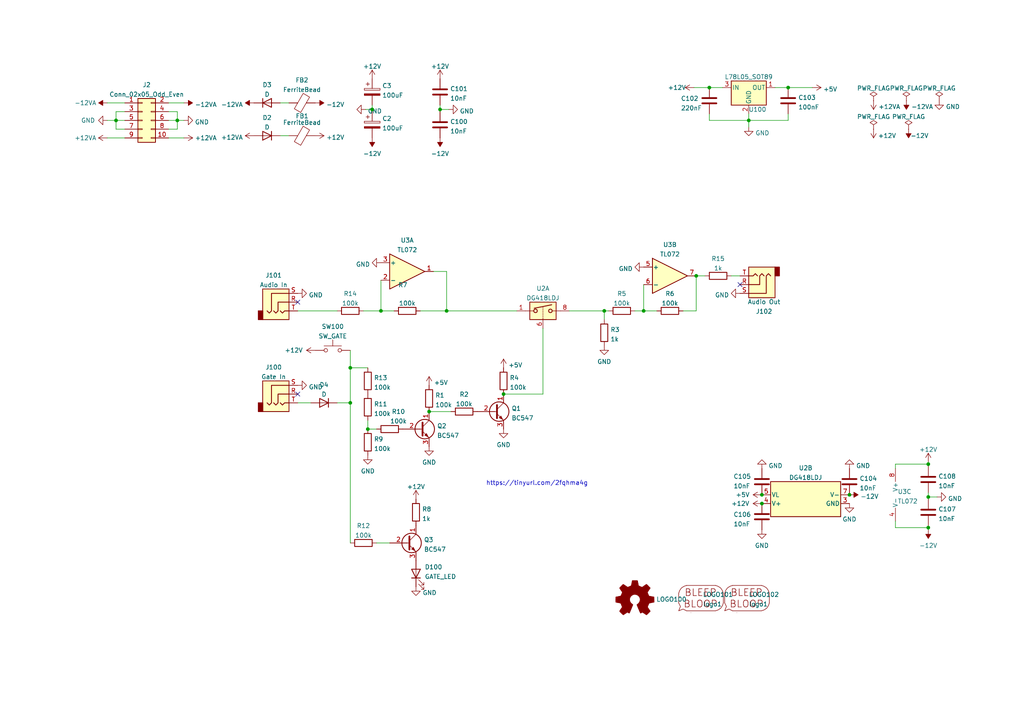
<source format=kicad_sch>
(kicad_sch (version 20211123) (generator eeschema)
  (paper "A4")
  (title_block (title "Analog Switch Module") (date "2022-10-08") (rev "1.0") (company "RobotDialogs"))
  (lib_symbols
    (symbol "Amplifier_Operational:TL072" (pin_names (offset 0.127))
      (property "Reference" "U" (at 0 5.08 0))
      (property "Value" "TL072" (at 0 -5.08 0))
      (symbol "TL072_1_1"
        (polyline (pts (xy -5.08 5.08) (xy 5.08 0) (xy -5.08 -5.08) (xy -5.08 5.08)) (stroke (width 0.254)) (fill (type background)))
        (pin output line (at 7.62 0 180) (length 2.54) (name "~") (number "1"))
        (pin input line (at -7.62 -2.54 0) (length 2.54) (name "-") (number "2"))
        (pin input line (at -7.62 2.54 0) (length 2.54) (name "+") (number "3"))
      )
      (symbol "TL072_2_1"
        (polyline (pts (xy -5.08 5.08) (xy 5.08 0) (xy -5.08 -5.08) (xy -5.08 5.08)) (stroke (width 0.254)) (fill (type background)))
        (pin input line (at -7.62 2.54 0) (length 2.54) (name "+") (number "5"))
        (pin input line (at -7.62 -2.54 0) (length 2.54) (name "-") (number "6"))
        (pin output line (at 7.62 0 180) (length 2.54) (name "~") (number "7"))
      )
      (symbol "TL072_3_1"
        (pin power_in line (at -2.54 -7.62 90) (length 3.81) (name "V-") (number "4"))
        (pin power_in line (at -2.54 7.62 270) (length 3.81) (name "V+") (number "8"))
      )
    )
    (symbol "Analog_Switch:DG418LDJ" (pin_names (offset 0.254))
      (property "Reference" "U" (at -3.175 5.334 0))
      (property "Value" "DG418LDJ" (at -3.175 3.556 0))
      (symbol "DG418LDJ_1_1"
        (rectangle (start -3.81 2.54) (end 3.81 -2.54) (stroke (width 0.254)) (fill (type background)))
        (circle (center -2.159 0) (radius 0.508) (stroke (width 0.254)))
        (polyline (pts (xy -5.08 0) (xy -2.794 0)))
        (polyline (pts (xy -2.54 0.762) (xy 2.54 1.778)) (stroke (width 0.254)))
        (polyline (pts (xy 0 -2.54) (xy 0 -2.032)))
        (polyline (pts (xy 0 -1.778) (xy 0 -1.524)))
        (polyline (pts (xy 0 -1.27) (xy 0 -1.016)))
        (polyline (pts (xy 0 -0.762) (xy 0 -0.508)))
        (polyline (pts (xy 0 -0.254) (xy 0 0)))
        (polyline (pts (xy 0 0.254) (xy 0 0.508)))
        (polyline (pts (xy 0 0.762) (xy 0 1.016)))
        (polyline (pts (xy 5.08 0) (xy 2.794 0)))
        (circle (center 2.159 0) (radius 0.508) (stroke (width 0.254)))
        (pin passive line (at -7.62 0 0) (length 2.54) (name "~") (number "1"))
        (pin input line (at 0 -5.08 90) (length 2.54) (name "~") (number "6"))
        (pin passive line (at 7.62 0 180) (length 2.54) (name "~") (number "8"))
      )
      (symbol "DG418LDJ_2_0"
        (pin no_connect line (at -2.54 10.16 270) (length 2.54) hide (name "NC") (number "2"))
        (pin power_in line (at 0 -12.7 90) (length 2.54) (name "GND") (number "3"))
        (pin power_in line (at 0 12.7 270) (length 2.54) (name "V+") (number "4"))
        (pin power_in line (at 2.54 12.7 270) (length 2.54) (name "VL") (number "5"))
        (pin power_in line (at 2.54 -12.7 90) (length 2.54) (name "V-") (number "7"))
      )
      (symbol "DG418LDJ_2_1"
        (rectangle (start -3.81 10.16) (end 6.35 -10.16) (stroke (width 0.254)) (fill (type background)))
      )
    )
    (symbol "Connector:AudioJack3"
      (property "Reference" "J" (at 0 8.89 0))
      (property "Value" "AudioJack3" (at 0 6.35 0))
      (symbol "AudioJack3_0_1"
        (rectangle (start -5.08 -5.08) (end -6.35 -2.54) (stroke (width 0.254)) (fill (type outline)))
        (polyline (pts (xy 0 -2.54) (xy 0.635 -3.175) (xy 1.27 -2.54) (xy 2.54 -2.54)) (stroke (width 0.254)))
        (polyline (pts (xy -1.905 -2.54) (xy -1.27 -3.175) (xy -0.635 -2.54) (xy -0.635 0) (xy 2.54 0)) (stroke (width 0.254)))
        (polyline (pts (xy 2.54 2.54) (xy -2.54 2.54) (xy -2.54 -2.54) (xy -3.175 -3.175) (xy -3.81 -2.54)) (stroke (width 0.254)))
        (rectangle (start 2.54 3.81) (end -5.08 -5.08) (stroke (width 0.254)) (fill (type background)))
      )
      (symbol "AudioJack3_1_1"
        (pin passive line (at 5.08 0 180) (length 2.54) (name "~") (number "R"))
        (pin passive line (at 5.08 2.54 180) (length 2.54) (name "~") (number "S"))
        (pin passive line (at 5.08 -2.54 180) (length 2.54) (name "~") (number "T"))
      )
    )
    (symbol "Connector_Generic:Conn_02x05_Odd_Even" (pin_names (offset 1.016) hide)
      (property "Reference" "J" (at 1.27 7.62 0))
      (property "Value" "Conn_02x05_Odd_Even" (at 1.27 -7.62 0))
      (symbol "Conn_02x05_Odd_Even_1_1"
        (rectangle (start -1.27 -4.953) (end 0 -5.207) (stroke (width 0.1524)))
        (rectangle (start -1.27 -2.413) (end 0 -2.667) (stroke (width 0.1524)))
        (rectangle (start -1.27 0.127) (end 0 -0.127) (stroke (width 0.1524)))
        (rectangle (start -1.27 2.667) (end 0 2.413) (stroke (width 0.1524)))
        (rectangle (start -1.27 5.207) (end 0 4.953) (stroke (width 0.1524)))
        (rectangle (start -1.27 6.35) (end 3.81 -6.35) (stroke (width 0.254)) (fill (type background)))
        (rectangle (start 3.81 -4.953) (end 2.54 -5.207) (stroke (width 0.1524)))
        (rectangle (start 3.81 -2.413) (end 2.54 -2.667) (stroke (width 0.1524)))
        (rectangle (start 3.81 0.127) (end 2.54 -0.127) (stroke (width 0.1524)))
        (rectangle (start 3.81 2.667) (end 2.54 2.413) (stroke (width 0.1524)))
        (rectangle (start 3.81 5.207) (end 2.54 4.953) (stroke (width 0.1524)))
        (pin passive line (at -5.08 5.08 0) (length 3.81) (name "Pin_1") (number "1"))
        (pin passive line (at 7.62 -5.08 180) (length 3.81) (name "Pin_10") (number "10"))
        (pin passive line (at 7.62 5.08 180) (length 3.81) (name "Pin_2") (number "2"))
        (pin passive line (at -5.08 2.54 0) (length 3.81) (name "Pin_3") (number "3"))
        (pin passive line (at 7.62 2.54 180) (length 3.81) (name "Pin_4") (number "4"))
        (pin passive line (at -5.08 0 0) (length 3.81) (name "Pin_5") (number "5"))
        (pin passive line (at 7.62 0 180) (length 3.81) (name "Pin_6") (number "6"))
        (pin passive line (at -5.08 -2.54 0) (length 3.81) (name "Pin_7") (number "7"))
        (pin passive line (at 7.62 -2.54 180) (length 3.81) (name "Pin_8") (number "8"))
        (pin passive line (at -5.08 -5.08 0) (length 3.81) (name "Pin_9") (number "9"))
      )
    )
    (symbol "Device:C" (pin_numbers hide) (pin_names (offset 0.254))
      (property "Reference" "C" (at 0.635 2.54 0))
      (property "Value" "C" (at 0.635 -2.54 0))
      (symbol "C_0_1"
        (polyline (pts (xy -2.032 -0.762) (xy 2.032 -0.762)) (stroke (width 0.508)))
        (polyline (pts (xy -2.032 0.762) (xy 2.032 0.762)) (stroke (width 0.508)))
      )
      (symbol "C_1_1"
        (pin passive line (at 0 3.81 270) (length 2.794) (name "~") (number "1"))
        (pin passive line (at 0 -3.81 90) (length 2.794) (name "~") (number "2"))
      )
    )
    (symbol "Device:C_Polarized" (pin_numbers hide) (pin_names (offset 0.254))
      (property "Reference" "C" (at 0.635 2.54 0))
      (property "Value" "C_Polarized" (at 0.635 -2.54 0))
      (symbol "C_Polarized_0_1"
        (rectangle (start -2.286 0.508) (end 2.286 1.016))
        (polyline (pts (xy -1.778 2.286) (xy -0.762 2.286)))
        (polyline (pts (xy -1.27 2.794) (xy -1.27 1.778)))
        (rectangle (start 2.286 -0.508) (end -2.286 -1.016) (fill (type outline)))
      )
      (symbol "C_Polarized_1_1"
        (pin passive line (at 0 3.81 270) (length 2.794) (name "~") (number "1"))
        (pin passive line (at 0 -3.81 90) (length 2.794) (name "~") (number "2"))
      )
    )
    (symbol "Device:D" (pin_numbers hide) (pin_names (offset 1.016) hide)
      (property "Reference" "D" (at 0 2.54 0))
      (property "Value" "D" (at 0 -2.54 0))
      (symbol "D_0_1"
        (polyline (pts (xy -1.27 1.27) (xy -1.27 -1.27)) (stroke (width 0.254)))
        (polyline (pts (xy 1.27 0) (xy -1.27 0)))
        (polyline (pts (xy 1.27 1.27) (xy 1.27 -1.27) (xy -1.27 0) (xy 1.27 1.27)) (stroke (width 0.254)))
      )
      (symbol "D_1_1"
        (pin passive line (at -3.81 0 0) (length 2.54) (name "K") (number "1"))
        (pin passive line (at 3.81 0 180) (length 2.54) (name "A") (number "2"))
      )
    )
    (symbol "Device:FerriteBead" (pin_numbers hide) (pin_names (offset 0))
      (property "Reference" "FB" (at -3.81 0.635 90))
      (property "Value" "FerriteBead" (at 3.81 0 90))
      (symbol "FerriteBead_0_1"
        (polyline (pts (xy 0 -1.27) (xy 0 -1.2192)))
        (polyline (pts (xy 0 1.27) (xy 0 1.2954)))
        (polyline (pts (xy -2.7686 0.4064) (xy -1.7018 2.2606) (xy 2.7686 -0.3048) (xy 1.6764 -2.159) (xy -2.7686 0.4064)))
      )
      (symbol "FerriteBead_1_1"
        (pin passive line (at 0 3.81 270) (length 2.54) (name "~") (number "1"))
        (pin passive line (at 0 -3.81 90) (length 2.54) (name "~") (number "2"))
      )
    )
    (symbol "Device:LED" (pin_numbers hide) (pin_names (offset 1.016) hide)
      (property "Reference" "D" (at 0 2.54 0))
      (property "Value" "LED" (at 0 -2.54 0))
      (symbol "LED_0_1"
        (polyline (pts (xy -1.27 -1.27) (xy -1.27 1.27)) (stroke (width 0.254)))
        (polyline (pts (xy -1.27 0) (xy 1.27 0)))
        (polyline (pts (xy 1.27 -1.27) (xy 1.27 1.27) (xy -1.27 0) (xy 1.27 -1.27)) (stroke (width 0.254)))
        (polyline (pts (xy -3.048 -0.762) (xy -4.572 -2.286) (xy -3.81 -2.286) (xy -4.572 -2.286) (xy -4.572 -1.524)))
        (polyline (pts (xy -1.778 -0.762) (xy -3.302 -2.286) (xy -2.54 -2.286) (xy -3.302 -2.286) (xy -3.302 -1.524)))
      )
      (symbol "LED_1_1"
        (pin passive line (at -3.81 0 0) (length 2.54) (name "K") (number "1"))
        (pin passive line (at 3.81 0 180) (length 2.54) (name "A") (number "2"))
      )
    )
    (symbol "Device:R" (pin_numbers hide) (pin_names (offset 0))
      (property "Reference" "R" (at 2.032 0 90))
      (property "Value" "R" (at 0 0 90))
      (symbol "R_0_1"
        (rectangle (start -1.016 -2.54) (end 1.016 2.54) (stroke (width 0.254)))
      )
      (symbol "R_1_1"
        (pin passive line (at 0 3.81 270) (length 1.27) (name "~") (number "1"))
        (pin passive line (at 0 -3.81 90) (length 1.27) (name "~") (number "2"))
      )
    )
    (symbol "My Stuff:Logo_Open_Hardware_Small" (pin_names (offset 1.016))
      (property "Reference" "LOGO1" (at 0 6.985 0))
      (symbol "Logo_Open_Hardware_Small_0_1"
        (polyline (pts (xy 3.3528 -4.3434) (xy 3.302 -4.318) (xy 3.175 -4.2418) (xy 2.9972 -4.1148) (xy 2.7686 -3.9624) (xy 2.54 -3.81) (xy 2.3622 -3.7084) (xy 2.2352 -3.6068) (xy 2.1844 -3.5814) (xy 2.159 -3.6068) (xy 2.0574 -3.6576) (xy 1.905 -3.7338) (xy 1.8034 -3.7846) (xy 1.6764 -3.8354) (xy 1.6002 -3.8354) (xy 1.6002 -3.8354) (xy 1.5494 -3.7338) (xy 1.4732 -3.5306) (xy 1.3462 -3.302) (xy 1.2446 -3.0226) (xy 1.1176 -2.7178) (xy 0.9652 -2.413) (xy 0.8636 -2.1082) (xy 0.7366 -1.8288) (xy 0.6604 -1.6256) (xy 0.6096 -1.4732) (xy 0.5842 -1.397) (xy 0.5842 -1.397) (xy 0.6604 -1.3208) (xy 0.7874 -1.2446) (xy 1.0414 -1.016) (xy 1.2954 -0.6858) (xy 1.4478 -0.3302) (xy 1.524 0.0762) (xy 1.4732 0.4572) (xy 1.3208 0.8128) (xy 1.0668 1.143) (xy 0.762 1.3716) (xy 0.4064 1.524) (xy 0 1.5748) (xy -0.381 1.5494) (xy -0.7366 1.397) (xy -1.0668 1.143) (xy -1.2192 0.9906) (xy -1.397 0.6604) (xy -1.524 0.3048) (xy -1.524 0.2286) (xy -1.4986 -0.1778) (xy -1.397 -0.5334) (xy -1.1938 -0.8636) (xy -0.9144 -1.143) (xy -0.8636 -1.1684) (xy -0.7366 -1.27) (xy -0.635 -1.3462) (xy -0.5842 -1.397) (xy -1.0668 -2.5908) (xy -1.143 -2.794) (xy -1.2954 -3.1242) (xy -1.397 -3.4036) (xy -1.4986 -3.6322) (xy -1.5748 -3.7846) (xy -1.6002 -3.8354) (xy -1.6002 -3.8354) (xy -1.651 -3.8354) (xy -1.7272 -3.81) (xy -1.905 -3.7338) (xy -2.0066 -3.683) (xy -2.1336 -3.6068) (xy -2.2098 -3.5814) (xy -2.2606 -3.6068) (xy -2.3622 -3.683) (xy -2.54 -3.81) (xy -2.7686 -3.9624) (xy -2.9718 -4.0894) (xy -3.1496 -4.2164) (xy -3.302 -4.318) (xy -3.3528 -4.3434) (xy -3.3782 -4.3434) (xy -3.429 -4.318) (xy -3.5306 -4.2164) (xy -3.7084 -4.064) (xy -3.937 -3.8354) (xy -3.9624 -3.81) (xy -4.1656 -3.6068) (xy -4.318 -3.4544) (xy -4.4196 -3.3274) (xy -4.445 -3.2766) (xy -4.445 -3.2766) (xy -4.4196 -3.2258) (xy -4.318 -3.0734) (xy -4.2164 -2.8956) (xy -4.064 -2.667) (xy -3.6576 -2.0828) (xy -3.8862 -1.5494) (xy -3.937 -1.3716) (xy -4.0386 -1.1684) (xy -4.0894 -1.0414) (xy -4.1148 -0.9652) (xy -4.191 -0.9398) (xy -4.318 -0.9144) (xy -4.5466 -0.8636) (xy -4.8006 -0.8128) (xy -5.0546 -0.7874) (xy -5.2578 -0.7366) (xy -5.4356 -0.7112) (xy -5.5118 -0.6858) (xy -5.5118 -0.6858) (xy -5.5372 -0.635) (xy -5.5372 -0.5588) (xy -5.5372 -0.4318) (xy -5.5626 -0.2286) (xy -5.5626 0.0762) (xy -5.5626 0.127) (xy -5.5372 0.4064) (xy -5.5372 0.635) (xy -5.5372 0.762) (xy -5.5372 0.8382) (xy -5.5372 0.8382) (xy -5.461 0.8382) (xy -5.3086 0.889) (xy -5.08 0.9144) (xy -4.826 0.9652) (xy -4.8006 0.9906) (xy -4.5466 1.0414) (xy -4.318 1.0668) (xy -4.1656 1.1176) (xy -4.0894 1.143) (xy -4.0894 1.143) (xy -4.0386 1.2446) (xy -3.9624 1.4224) (xy -3.8608 1.6256) (xy -3.7846 1.8288) (xy -3.7084 2.0066) (xy -3.6576 2.159) (xy -3.6322 2.2098) (xy -3.6322 2.2098) (xy -3.683 2.286) (xy -3.7592 2.413) (xy -3.8862 2.5908) (xy -4.064 2.8194) (xy -4.064 2.8448) (xy -4.2164 3.0734) (xy -4.3434 3.2512) (xy -4.4196 3.3782) (xy -4.445 3.4544) (xy -4.445 3.4544) (xy -4.3942 3.5052) (xy -4.2926 3.6322) (xy -4.1148 3.81) (xy -3.937 4.0132) (xy -3.8608 4.064) (xy -3.6576 4.2926) (xy -3.5052 4.4196) (xy -3.4036 4.4958) (xy -3.3528 4.5212) (xy -3.3528 4.5212) (xy -3.302 4.4704) (xy -3.1496 4.3688) (xy -2.9718 4.2418) (xy -2.7432 4.0894) (xy -2.7178 4.0894) (xy -2.4892 3.937) (xy -2.3114 3.81) (xy -2.1844 3.7084) (xy -2.1336 3.683) (xy -2.1082 3.683) (xy -2.032 3.7084) (xy -1.8542 3.7592) (xy -1.6764 3.8354) (xy -1.4732 3.937) (xy -1.27 4.0132) (xy -1.143 4.064) (xy -1.0668 4.1148) (xy -1.0668 4.1148) (xy -1.0414 4.191) (xy -1.016 4.3434) (xy -0.9652 4.572) (xy -0.9144 4.8514) (xy -0.889 4.9022) (xy -0.8382 5.1562) (xy -0.8128 5.3848) (xy -0.7874 5.5372) (xy -0.762 5.588) (xy -0.7112 5.6134) (xy -0.5842 5.6134) (xy -0.4064 5.6134) (xy -0.1524 5.6134) (xy 0.0762 5.6134) (xy 0.3302 5.6134) (xy 0.5334 5.6134) (xy 0.6858 5.588) (xy 0.7366 5.588) (xy 0.7366 5.588) (xy 0.762 5.5118) (xy 0.8128 5.334) (xy 0.8382 5.1054) (xy 0.9144 4.826) (xy 0.9144 4.7752) (xy 0.9652 4.5212) (xy 1.016 4.2926) (xy 1.0414 4.1402) (xy 1.0668 4.0894) (xy 1.0668 4.0894) (xy 1.1938 4.0386) (xy 1.3716 3.9624) (xy 1.5748 3.8608) (xy 2.0828 3.6576) (xy 2.7178 4.0894) (xy 2.7686 4.1402) (xy 2.9972 4.2926) (xy 3.175 4.4196) (xy 3.302 4.4958) (xy 3.3782 4.5212) (xy 3.3782 4.5212) (xy 3.429 4.4704) (xy 3.556 4.3434) (xy 3.7338 4.191) (xy 3.9116 3.9878) (xy 4.064 3.8354) (xy 4.2418 3.6576) (xy 4.3434 3.556) (xy 4.4196 3.4798) (xy 4.4196 3.429) (xy 4.4196 3.4036) (xy 4.3942 3.3274) (xy 4.2926 3.2004) (xy 4.1656 2.9972) (xy 4.0132 2.794) (xy 3.8862 2.5908) (xy 3.7592 2.3876) (xy 3.6576 2.2352) (xy 3.6322 2.159) (xy 3.6322 2.1336) (xy 3.683 2.0066) (xy 3.7592 1.8288) (xy 3.8608 1.6002) (xy 4.064 1.1176) (xy 4.3942 1.0414) (xy 4.5974 1.016) (xy 4.8768 0.9652) (xy 5.1308 0.9144) (xy 5.5372 0.8382) (xy 5.5626 -0.6604) (xy 5.4864 -0.6858) (xy 5.4356 -0.6858) (xy 5.2832 -0.7366) (xy 5.0546 -0.762) (xy 4.8006 -0.8128) (xy 4.5974 -0.8636) (xy 4.3688 -0.9144) (xy 4.2164 -0.9398) (xy 4.1402 -0.9398) (xy 4.1148 -0.9652) (xy 4.064 -1.0668) (xy 3.9878 -1.2446) (xy 3.9116 -1.4478) (xy 3.81 -1.651) (xy 3.7338 -1.8542) (xy 3.683 -2.0066) (xy 3.6576 -2.0828) (xy 3.683 -2.1336) (xy 3.7846 -2.2606) (xy 3.8862 -2.4638) (xy 4.0386 -2.667) (xy 4.191 -2.8956) (xy 4.318 -3.0734) (xy 4.3942 -3.2004) (xy 4.445 -3.2766) (xy 4.4196 -3.3274) (xy 4.3434 -3.429) (xy 4.1656 -3.5814) (xy 3.937 -3.8354) (xy 3.8862 -3.8608) (xy 3.683 -4.064) (xy 3.5306 -4.2164) (xy 3.4036 -4.318) (xy 3.3528 -4.3434)) (fill (type outline)))
      )
    )
    (symbol "My Stuff:logo1" (pin_names (offset 1.016))
      (property "Reference" "LOGO" (at 0 -4.826 0))
      (property "Value" "logo1" (at 0 4.826 0))
      (symbol "logo1_0_0"
        (text "" (at -1.27 1.27 0) (effects (font (size 1.27 1.27))))
        (text "BLEEP" (at 0 1.524 0) (effects (font (size 2 2))))
        (text "BLOOP" (at 0 -1.778 0) (effects (font (size 2 2))))
      )
      (symbol "logo1_0_1"
        (rectangle (start -2.794 -4.318) (end -2.794 -4.318) (stroke (width 0.1524)))
        (polyline (pts (xy -6.35 1.27) (xy -6.35 -1.524)) (stroke (width 0.1524)))
        (polyline (pts (xy -4.064 -3.81) (xy 4.318 -3.81)) (stroke (width 0.1524)))
        (polyline (pts (xy -4.064 3.556) (xy 4.318 3.556)) (stroke (width 0.1524)))
        (polyline (pts (xy 6.604 1.27) (xy 6.604 -1.524)) (stroke (width 0.1524)))
        (polyline (pts (xy -6.35 1.27) (xy -6.096 2.032) (xy -5.588 2.794) (xy -4.826 3.302) (xy -4.064 3.556)) (stroke (width 0.1524)))
        (polyline (pts (xy -4.064 -3.81) (xy -5.08 -3.302) (xy -6.35 -3.81) (xy -5.842 -2.54) (xy -6.35 -1.524)) (stroke (width 0.1524)))
        (polyline (pts (xy 4.318 3.556) (xy 5.08 3.302) (xy 5.842 2.794) (xy 6.35 2.032) (xy 6.604 1.27)) (stroke (width 0.1524)))
        (polyline (pts (xy 6.604 -1.524) (xy 6.35 -2.286) (xy 5.842 -3.048) (xy 5.08 -3.556) (xy 4.318 -3.81)) (stroke (width 0.1524)))
      )
    )
    (symbol "Regulator_Linear:L78L05_SOT89" (pin_names (offset 0.254))
      (property "Reference" "U" (at -3.81 3.175 0))
      (property "Value" "L78L05_SOT89" (at -0.635 3.175 0))
      (symbol "L78L05_SOT89_0_1"
        (rectangle (start -5.08 1.905) (end 5.08 -5.08) (stroke (width 0.254)) (fill (type background)))
      )
      (symbol "L78L05_SOT89_1_1"
        (pin power_out line (at 7.62 0 180) (length 2.54) (name "OUT") (number "1"))
        (pin power_in line (at 0 -7.62 90) (length 2.54) (name "GND") (number "2"))
        (pin power_in line (at -7.62 0 0) (length 2.54) (name "IN") (number "3"))
      )
    )
    (symbol "Switch:SW_Push" (pin_numbers hide) (pin_names (offset 1.016) hide)
      (property "Reference" "SW" (at 1.27 2.54 0))
      (property "Value" "SW_Push" (at 0 -1.524 0))
      (symbol "SW_Push_0_1"
        (circle (center -2.032 0) (radius 0.508))
        (polyline (pts (xy 0 1.27) (xy 0 3.048)))
        (polyline (pts (xy 2.54 1.27) (xy -2.54 1.27)))
        (circle (center 2.032 0) (radius 0.508))
        (pin passive line (at -5.08 0 0) (length 2.54) (name "1") (number "1"))
        (pin passive line (at 5.08 0 180) (length 2.54) (name "2") (number "2"))
      )
    )
    (symbol "Transistor_BJT:BC547" (pin_names (offset 0) hide)
      (property "Reference" "Q" (at 5.08 1.905 0))
      (property "Value" "BC547" (at 5.08 0 0))
      (symbol "BC547_0_1"
        (polyline (pts (xy 0 0) (xy 0.635 0)))
        (polyline (pts (xy 0.635 0.635) (xy 2.54 2.54)))
        (polyline (pts (xy 0.635 -0.635) (xy 2.54 -2.54) (xy 2.54 -2.54)))
        (polyline (pts (xy 0.635 1.905) (xy 0.635 -1.905) (xy 0.635 -1.905)) (stroke (width 0.508)))
        (polyline (pts (xy 1.27 -1.778) (xy 1.778 -1.27) (xy 2.286 -2.286) (xy 1.27 -1.778) (xy 1.27 -1.778)) (fill (type outline)))
        (circle (center 1.27 0) (radius 2.8194) (stroke (width 0.254)))
      )
      (symbol "BC547_1_1"
        (pin passive line (at 2.54 5.08 270) (length 2.54) (name "C") (number "1"))
        (pin input line (at -5.08 0 0) (length 5.08) (name "B") (number "2"))
        (pin passive line (at 2.54 -5.08 90) (length 2.54) (name "E") (number "3"))
      )
    )
    (symbol "power:+12V" (power) (pin_names (offset 0))
      (property "Value" "+12V" (at 0 3.556 0))
      (symbol "+12V_0_1"
        (polyline (pts (xy -0.762 1.27) (xy 0 2.54)))
        (polyline (pts (xy 0 0) (xy 0 2.54)))
        (polyline (pts (xy 0 2.54) (xy 0.762 1.27)))
      )
      (symbol "+12V_1_1"
        (pin power_in line (at 0 0 90) (length 0) hide (name "+12V") (number "1"))
      )
    )
    (symbol "power:+12VA" (power) (pin_names (offset 0))
      (property "Value" "+12VA" (at 0 3.556 0))
      (symbol "+12VA_0_1"
        (polyline (pts (xy -0.762 1.27) (xy 0 2.54)))
        (polyline (pts (xy 0 0) (xy 0 2.54)))
        (polyline (pts (xy 0 2.54) (xy 0.762 1.27)))
      )
      (symbol "+12VA_1_1"
        (pin power_in line (at 0 0 90) (length 0) hide (name "+12VA") (number "1"))
      )
    )
    (symbol "power:+5V" (power) (pin_names (offset 0))
      (property "Value" "+5V" (at 0 3.556 0))
      (symbol "+5V_0_1"
        (polyline (pts (xy -0.762 1.27) (xy 0 2.54)))
        (polyline (pts (xy 0 0) (xy 0 2.54)))
        (polyline (pts (xy 0 2.54) (xy 0.762 1.27)))
      )
      (symbol "+5V_1_1"
        (pin power_in line (at 0 0 90) (length 0) hide (name "+5V") (number "1"))
      )
    )
    (symbol "power:-12V" (power) (pin_names (offset 0))
      (property "Value" "-12V" (at 0 3.81 0))
      (symbol "-12V_0_0"
        (pin power_in line (at 0 0 90) (length 0) hide (name "-12V") (number "1"))
      )
      (symbol "-12V_0_1"
        (polyline (pts (xy 0 0) (xy 0 1.27) (xy 0.762 1.27) (xy 0 2.54) (xy -0.762 1.27) (xy 0 1.27)) (fill (type outline)))
      )
    )
    (symbol "power:-12VA" (power) (pin_names (offset 0))
      (property "Value" "-12VA" (at 0 3.556 0))
      (symbol "-12VA_0_0"
        (pin power_in line (at 0 0 90) (length 0) hide (name "-12VA") (number "1"))
      )
      (symbol "-12VA_0_1"
        (polyline (pts (xy 0 0) (xy 0 1.27) (xy 0.762 1.27) (xy 0 2.54) (xy -0.762 1.27) (xy 0 1.27)) (fill (type outline)))
      )
    )
    (symbol "power:GND" (power) (pin_names (offset 0))
      (property "Value" "GND" (at 0 -3.81 0))
      (symbol "GND_0_1"
        (polyline (pts (xy 0 0) (xy 0 -1.27) (xy 1.27 -1.27) (xy 0 -2.54) (xy -1.27 -1.27) (xy 0 -1.27)))
      )
      (symbol "GND_1_1"
        (pin power_in line (at 0 0 270) (length 0) hide (name "GND") (number "1"))
      )
    )
    (symbol "power:PWR_FLAG" (power) (pin_numbers hide) (pin_names (offset 0) hide)
      (property "Value" "PWR_FLAG" (at 0 3.81 0))
      (symbol "PWR_FLAG_0_0"
        (pin power_out line (at 0 0 90) (length 0) (name "pwr") (number "1"))
      )
      (symbol "PWR_FLAG_0_1"
        (polyline (pts (xy 0 0) (xy 0 1.27) (xy -1.016 1.905) (xy 0 2.54) (xy 1.016 1.905) (xy 0 1.27)))
      )
    )
  )
  (junction (at 51.435 34.925))
  (junction (at 110.49 90.17))
  (junction (at 201.93 80.01))
  (junction (at 175.26 90.17))
  (junction (at 246.38 143.51))
  (junction (at 205.74 25.4))
  (junction (at 129.54 90.17))
  (junction (at 33.655 34.925))
  (junction (at 101.6 116.84))
  (junction (at 106.68 124.46))
  (junction (at 127.635 31.75))
  (junction (at 217.17 34.925))
  (junction (at 220.98 146.05))
  (junction (at 269.24 144.145))
  (junction (at 269.24 153.035))
  (junction (at 220.98 143.51))
  (junction (at 107.95 31.75))
  (junction (at 124.46 119.38))
  (junction (at 101.6 106.68))
  (junction (at 228.6 25.4))
  (junction (at 186.69 90.17))
  (junction (at 269.24 134.62))
  (junction (at 146.05 114.3))
  (no_connect (at 86.36 87.63))
  (no_connect (at 86.36 114.3))
  (no_connect (at 214.63 82.55))
  (wire (pts (xy 146.05 114.3) (xy 157.48 114.3)))
  (wire (pts (xy 81.28 29.845) (xy 83.82 29.845)))
  (wire (pts (xy 184.15 90.17) (xy 186.69 90.17)))
  (wire (pts (xy 259.715 135.89) (xy 259.715 134.62)))
  (wire (pts (xy 217.17 33.02) (xy 217.17 34.925)))
  (wire (pts (xy 107.95 31.75) (xy 107.95 32.385)))
  (wire (pts (xy 106.045 31.75) (xy 107.95 31.75)))
  (wire (pts (xy 110.49 81.28) (xy 110.49 90.17)))
  (wire (pts (xy 224.79 25.4) (xy 228.6 25.4)))
  (wire (pts (xy 33.655 32.385) (xy 33.655 34.925)))
  (wire (pts (xy 36.195 32.385) (xy 33.655 32.385)))
  (wire (pts (xy 204.47 80.01) (xy 201.93 80.01)))
  (wire (pts (xy 51.435 34.925) (xy 51.435 37.465)))
  (wire (pts (xy 129.54 90.17) (xy 129.54 78.74)))
  (wire (pts (xy 101.6 106.68) (xy 101.6 116.84)))
  (wire (pts (xy 269.24 144.145) (xy 269.24 144.78)))
  (wire (pts (xy 228.6 25.4) (xy 235.585 25.4)))
  (wire (pts (xy 127.635 31.75) (xy 130.175 31.75)))
  (wire (pts (xy 165.1 90.17) (xy 175.26 90.17)))
  (wire (pts (xy 269.24 133.985) (xy 269.24 134.62)))
  (wire (pts (xy 125.73 78.74) (xy 129.54 78.74)))
  (wire (pts (xy 269.24 144.145) (xy 271.78 144.145)))
  (wire (pts (xy 31.115 29.845) (xy 36.195 29.845)))
  (wire (pts (xy 110.49 90.17) (xy 114.3 90.17)))
  (wire (pts (xy 97.79 116.84) (xy 101.6 116.84)))
  (wire (pts (xy 259.715 134.62) (xy 269.24 134.62)))
  (wire (pts (xy 33.655 34.925) (xy 36.195 34.925)))
  (wire (pts (xy 214.63 80.01) (xy 212.09 80.01)))
  (wire (pts (xy 105.41 90.17) (xy 110.49 90.17)))
  (wire (pts (xy 101.6 116.84) (xy 101.6 157.48)))
  (wire (pts (xy 48.895 29.845) (xy 53.34 29.845)))
  (wire (pts (xy 201.295 25.4) (xy 205.74 25.4)))
  (wire (pts (xy 86.36 116.84) (xy 90.17 116.84)))
  (wire (pts (xy 48.895 32.385) (xy 51.435 32.385)))
  (wire (pts (xy 176.53 90.17) (xy 175.26 90.17)))
  (wire (pts (xy 33.655 34.925) (xy 33.655 37.465)))
  (wire (pts (xy 106.68 121.92) (xy 106.68 124.46)))
  (wire (pts (xy 127.635 31.75) (xy 127.635 32.385)))
  (wire (pts (xy 205.74 33.02) (xy 205.74 34.925)))
  (wire (pts (xy 51.435 34.925) (xy 53.34 34.925)))
  (wire (pts (xy 269.24 142.875) (xy 269.24 144.145)))
  (wire (pts (xy 186.69 82.55) (xy 186.69 90.17)))
  (wire (pts (xy 205.74 34.925) (xy 217.17 34.925)))
  (wire (pts (xy 51.435 32.385) (xy 51.435 34.925)))
  (wire (pts (xy 259.715 153.035) (xy 269.24 153.035)))
  (wire (pts (xy 269.24 134.62) (xy 269.24 135.255)))
  (wire (pts (xy 269.24 153.035) (xy 269.24 152.4)))
  (wire (pts (xy 81.28 39.37) (xy 83.82 39.37)))
  (wire (pts (xy 175.26 90.17) (xy 175.26 92.71)))
  (wire (pts (xy 51.435 37.465) (xy 48.895 37.465)))
  (wire (pts (xy 228.6 34.925) (xy 228.6 33.02)))
  (wire (pts (xy 186.69 90.17) (xy 190.5 90.17)))
  (wire (pts (xy 217.17 34.925) (xy 228.6 34.925)))
  (wire (pts (xy 109.22 157.48) (xy 113.03 157.48)))
  (wire (pts (xy 86.36 90.17) (xy 97.79 90.17)))
  (wire (pts (xy 127.635 30.48) (xy 127.635 31.75)))
  (wire (pts (xy 33.655 37.465) (xy 36.195 37.465)))
  (wire (pts (xy 124.46 119.38) (xy 130.81 119.38)))
  (wire (pts (xy 106.68 106.68) (xy 101.6 106.68)))
  (wire (pts (xy 129.54 90.17) (xy 149.86 90.17)))
  (wire (pts (xy 101.6 101.6) (xy 101.6 106.68)))
  (wire (pts (xy 48.895 40.005) (xy 53.34 40.005)))
  (wire (pts (xy 198.12 90.17) (xy 201.93 90.17)))
  (wire (pts (xy 259.715 151.13) (xy 259.715 153.035)))
  (wire (pts (xy 106.68 124.46) (xy 109.22 124.46)))
  (wire (pts (xy 31.115 34.925) (xy 33.655 34.925)))
  (wire (pts (xy 201.93 80.01) (xy 201.93 90.17)))
  (wire (pts (xy 121.92 90.17) (xy 129.54 90.17)))
  (wire (pts (xy 269.24 153.67) (xy 269.24 153.035)))
  (wire (pts (xy 48.895 34.925) (xy 51.435 34.925)))
  (wire (pts (xy 157.48 95.25) (xy 157.48 114.3)))
  (wire (pts (xy 36.195 40.005) (xy 31.115 40.005)))
  (wire (pts (xy 107.95 30.48) (xy 107.95 31.75)))
  (wire (pts (xy 217.17 34.925) (xy 217.17 36.83)))
  (wire (pts (xy 205.74 25.4) (xy 209.55 25.4)))
  (text "https://tinyurl.com/2fqhma4g" (at 140.97 140.97 0) (effects (font (size 1.27 1.27)) (justify left bottom)))
  (symbol (lib_id "Device:R") (at 175.26 96.52 180) (unit 1)
    (property "Reference" "R3" (at 177.038 95.6115 0) (effects (justify right)))
    (property "Value" "1k" (at 177.038 98.3866 0) (effects (justify right)))
    (property "Footprint" "Resistor_SMD:R_1206_3216Metric_Pad1.30x1.75mm_HandSolder" (effects hide))
  )
  (symbol (lib_id "Device:D") (at 77.47 29.845 0) (unit 1)
    (property "Reference" "D3" (at 77.47 24.6085 0))
    (property "Value" "D" (at 77.47 27.3836 0))
    (property "Footprint" "Diode_THT:D_A-405_P2.54mm_Vertical_KathodeUp" (effects hide))
  )
  (symbol (lib_id "power:GND") (at 220.98 153.67 0) (unit 1)
    (property "Reference" "#PWR023" (effects hide))
    (property "Value" "GND" (at 220.98 158.2325 0))
  )
  (symbol (lib_id "Device:C_Polarized") (at 107.95 26.67 0) (unit 1)
    (property "Reference" "C3" (at 110.871 24.8725 0) (effects (justify left)))
    (property "Value" "100uF" (at 110.871 27.6476 0) (effects (justify left)))
    (property "Footprint" "Capacitor_THT:CP_Radial_D5.0mm_P2.50mm" (effects hide))
  )
  (symbol (lib_id "Device:R") (at 208.28 80.01 90) (unit 1)
    (property "Reference" "R15" (at 208.28 75.0275 90))
    (property "Value" "1k" (at 208.28 77.8026 90))
    (property "Footprint" "Resistor_SMD:R_1206_3216Metric_Pad1.30x1.75mm_HandSolder" (effects hide))
  )
  (symbol (lib_id "Analog_Switch:DG418LDJ") (at 233.68 146.05 90) (unit 2)
    (property "Reference" "U2" (at 233.68 135.7335 90))
    (property "Value" "DG418LDJ" (at 233.68 138.5086 90))
    (property "Footprint" "Package_DIP:DIP-8_W7.62mm_Socket_LongPads" (effects hide))
    (property "Datasheet" "https://datasheets.maximintegrated.com/en/ds/DG417-DG419.pdf" (effects hide))
  )
  (symbol (lib_id "power:+12VA") (at 31.115 40.005 90) (unit 1)
    (property "Reference" "#PWR0106" (effects hide))
    (property "Value" "+12VA" (at 21.59 40.005 90) (effects (justify right)))
  )
  (symbol (lib_id "Amplifier_Operational:TL072") (at 118.11 78.74 0) (unit 1)
    (property "Reference" "U3" (at 118.11 69.6935 0))
    (property "Value" "TL072" (at 118.11 72.4686 0))
    (property "Footprint" "Package_DIP:DIP-8_W7.62mm_Socket_LongPads" (effects hide))
    (property "Datasheet" "http://www.ti.com/lit/ds/symlink/tl071.pdf" (effects hide))
  )
  (symbol (lib_id "power:GND") (at 86.36 111.76 90) (unit 1)
    (property "Reference" "#PWR014" (effects hide))
    (property "Value" "GND" (at 89.535 112.239 90) (effects (justify right)))
  )
  (symbol (lib_id "power:-12VA") (at 262.89 29.21 180) (unit 1)
    (property "Reference" "#PWR0126" (effects hide))
    (property "Value" "-12VA" (at 264.287 30.959 0) (effects (justify right)))
  )
  (symbol (lib_id "power:GND") (at 86.36 85.09 90) (unit 1)
    (property "Reference" "#PWR010" (effects hide))
    (property "Value" "GND" (at 89.535 85.569 90) (effects (justify right)))
  )
  (symbol (lib_id "power:+12V") (at 107.95 22.86 0) (unit 1)
    (property "Reference" "#PWR0130" (effects hide))
    (property "Value" "+12V" (at 107.95 19.2555 0))
  )
  (symbol (lib_id "Device:R") (at 118.11 90.17 90) (unit 1)
    (property "Reference" "R7" (at 116.84 82.6475 90))
    (property "Value" "100k" (at 118.11 87.9626 90))
    (property "Footprint" "Resistor_SMD:R_1206_3216Metric_Pad1.30x1.75mm_HandSolder" (effects hide))
  )
  (symbol (lib_id "power:GND") (at 124.46 129.54 0) (unit 1)
    (property "Reference" "#PWR017" (effects hide))
    (property "Value" "GND" (at 124.46 134.1025 0))
  )
  (symbol (lib_id "Connector_Generic:Conn_02x05_Odd_Even") (at 41.275 34.925 0) (unit 1)
    (property "Reference" "J2" (at 42.545 24.6085 0))
    (property "Value" "Conn_02x05_Odd_Even" (at 42.545 27.3836 0))
    (property "Footprint" "Connector_IDC:IDC-Header_2x05_P2.54mm_Vertical" (effects hide))
  )
  (symbol (lib_id "Device:C") (at 127.635 26.67 0) (unit 1)
    (property "Reference" "C101" (at 130.556 25.7615 0) (effects (justify left)))
    (property "Value" "10nF" (at 130.556 28.5366 0) (effects (justify left)))
    (property "Footprint" "Capacitor_SMD:C_1206_3216Metric_Pad1.33x1.80mm_HandSolder" (effects hide))
  )
  (symbol (lib_id "power:+12V") (at 269.24 133.985 0) (unit 1)
    (property "Reference" "#PWR03" (effects hide))
    (property "Value" "+12V" (at 269.24 130.3805 0))
  )
  (symbol (lib_id "My Stuff:Logo_Open_Hardware_Small") (at 184.15 173.99 0) (unit 1)
    (property "Reference" "LOGO100" (at 190.3476 173.834 0) (effects (justify left)))
    (property "Value" "Logo_Open_Hardware_Small" (effects hide))
    (property "Footprint" "Symbol:OSHW-Symbol_6.7x6mm_SilkScreen" (effects hide))
  )
  (symbol (lib_id "power:-12V") (at 107.95 40.005 180) (unit 1)
    (property "Reference" "#PWR0122" (effects hide))
    (property "Value" "-12V" (at 107.95 44.5675 0))
  )
  (symbol (lib_id "power:+12V") (at 91.44 39.37 270) (unit 1)
    (property "Reference" "#PWR0112" (effects hide))
    (property "Value" "+12V" (at 94.615 39.849 90) (effects (justify left)))
  )
  (symbol (lib_id "Device:C") (at 220.98 139.7 0) (unit 1)
    (property "Reference" "C105" (at 212.725 138.1949 0) (effects (justify left)))
    (property "Value" "10nF" (at 212.725 140.97 0) (effects (justify left)))
    (property "Footprint" "Capacitor_SMD:C_1206_3216Metric_Pad1.33x1.80mm_HandSolder" (effects hide))
  )
  (symbol (lib_id "Transistor_BJT:BC547") (at 118.11 157.48 0) (unit 1)
    (property "Reference" "Q3" (at 122.9614 156.5715 0) (effects (justify left)))
    (property "Value" "BC547" (at 122.9614 159.3466 0) (effects (justify left)))
    (property "Footprint" "Package_TO_SOT_THT:TO-92_Inline_Wide" (effects hide))
    (property "Datasheet" "https://www.onsemi.com/pub/Collateral/BC550-D.pdf" (effects hide))
  )
  (symbol (lib_id "power:-12VA") (at 31.115 29.845 90) (unit 1)
    (property "Reference" "#PWR0105" (effects hide))
    (property "Value" "-12VA" (at 21.59 29.845 90) (effects (justify right)))
  )
  (symbol (lib_id "Amplifier_Operational:TL072") (at 262.255 143.51 0) (unit 3)
    (property "Reference" "U3" (at 260.35 142.6015 0) (effects (justify left)))
    (property "Value" "TL072" (at 260.35 145.3766 0) (effects (justify left)))
    (property "Footprint" "Package_DIP:DIP-8_W7.62mm_Socket_LongPads" (effects hide))
    (property "Datasheet" "http://www.ti.com/lit/ds/symlink/tl071.pdf" (effects hide))
  )
  (symbol (lib_id "power:-12V") (at 263.525 37.465 180) (unit 1)
    (property "Reference" "#PWR0127" (effects hide))
    (property "Value" "-12V" (at 266.7 39.37 0))
  )
  (symbol (lib_id "Device:R") (at 106.68 118.11 0) (unit 1)
    (property "Reference" "R11" (at 108.458 117.2015 0) (effects (justify left)))
    (property "Value" "100k" (at 108.458 119.9766 0) (effects (justify left)))
    (property "Footprint" "Resistor_SMD:R_1206_3216Metric_Pad1.30x1.75mm_HandSolder" (effects hide))
  )
  (symbol (lib_id "Device:LED") (at 120.65 166.37 90) (unit 1)
    (property "Reference" "D100" (at 123.19 164.465 90) (effects (justify right)))
    (property "Value" "GATE_LED" (at 123.19 167.2401 90) (effects (justify right)))
    (property "Footprint" "LED_THT:LED_D3.0mm" (effects hide))
  )
  (symbol (lib_id "Device:R") (at 120.65 148.59 0) (unit 1)
    (property "Reference" "R8" (at 122.428 147.6815 0) (effects (justify left)))
    (property "Value" "1k" (at 122.428 150.4566 0) (effects (justify left)))
    (property "Footprint" "Resistor_SMD:R_1206_3216Metric_Pad1.30x1.75mm_HandSolder" (effects hide))
  )
  (symbol (lib_id "Connector:AudioJack3") (at 219.71 82.55 180) (unit 1)
    (property "Reference" "J102" (at 221.615 90.3265 0))
    (property "Value" "Audio Out" (at 221.615 87.5514 0))
    (property "Footprint" "My Stuff:Jack_3.5mm_MJ-355W_Vertical" (effects hide))
  )
  (symbol (lib_id "Device:C_Polarized") (at 107.95 36.195 0) (unit 1)
    (property "Reference" "C2" (at 110.871 34.3975 0) (effects (justify left)))
    (property "Value" "100uF" (at 110.871 37.1726 0) (effects (justify left)))
    (property "Footprint" "Capacitor_THT:CP_Radial_D5.0mm_P2.50mm" (effects hide))
  )
  (symbol (lib_id "power:PWR_FLAG") (at 253.365 37.465 0) (unit 1)
    (property "Reference" "#FLG0102" (effects hide))
    (property "Value" "PWR_FLAG" (at 253.365 33.8605 0))
  )
  (symbol (lib_id "Device:C") (at 127.635 36.195 0) (unit 1)
    (property "Reference" "C100" (at 130.556 35.2865 0) (effects (justify left)))
    (property "Value" "10nF" (at 130.556 38.0616 0) (effects (justify left)))
    (property "Footprint" "Capacitor_SMD:C_1206_3216Metric_Pad1.33x1.80mm_HandSolder" (effects hide))
  )
  (symbol (lib_id "Device:FerriteBead") (at 87.63 29.845 90) (unit 1)
    (property "Reference" "FB2" (at 87.5792 23.2369 90))
    (property "Value" "FerriteBead" (at 87.5792 26.012 90))
    (property "Footprint" "Inductor_THT:L_Axial_L6.6mm_D2.7mm_P2.54mm_Vertical_Vishay_IM-2" (effects hide))
  )
  (symbol (lib_id "Device:D") (at 93.98 116.84 180) (unit 1)
    (property "Reference" "D4" (at 93.98 111.6035 0))
    (property "Value" "D" (at 93.98 114.3786 0))
    (property "Footprint" "Diode_THT:D_A-405_P2.54mm_Vertical_KathodeUp" (effects hide))
  )
  (symbol (lib_id "power:GND") (at 186.69 77.47 270) (unit 1)
    (property "Reference" "#PWR09" (effects hide))
    (property "Value" "GND" (at 183.5151 77.949 90) (effects (justify right)))
  )
  (symbol (lib_id "Device:R") (at 106.68 110.49 0) (unit 1)
    (property "Reference" "R13" (at 108.458 109.5815 0) (effects (justify left)))
    (property "Value" "100k" (at 108.458 112.3566 0) (effects (justify left)))
    (property "Footprint" "Resistor_SMD:R_1206_3216Metric_Pad1.30x1.75mm_HandSolder" (effects hide))
  )
  (symbol (lib_id "Device:C") (at 246.38 139.7 0) (unit 1)
    (property "Reference" "C104" (at 249.301 138.7915 0) (effects (justify left)))
    (property "Value" "10nF" (at 249.301 141.5666 0) (effects (justify left)))
    (property "Footprint" "Capacitor_SMD:C_1206_3216Metric_Pad1.33x1.80mm_HandSolder" (effects hide))
  )
  (symbol (lib_id "power:+12V") (at 120.65 144.78 0) (unit 1)
    (property "Reference" "#PWR019" (effects hide))
    (property "Value" "+12V" (at 120.65 141.1755 0))
  )
  (symbol (lib_id "power:GND") (at 217.17 36.83 0) (unit 1)
    (property "Reference" "#PWR0101" (effects hide))
    (property "Value" "GND" (at 219.075 38.579 0) (effects (justify left)))
  )
  (symbol (lib_id "power:+12V") (at 253.365 37.465 180) (unit 1)
    (property "Reference" "#PWR0124" (effects hide))
    (property "Value" "+12V" (at 254.635 39.37 0) (effects (justify right)))
  )
  (symbol (lib_id "power:+5V") (at 220.98 143.51 90) (unit 1)
    (property "Reference" "#PWR02" (effects hide))
    (property "Value" "+5V" (at 213.36 143.51 90) (effects (justify right)))
  )
  (symbol (lib_id "power:+12VA") (at 253.365 29.21 180) (unit 1)
    (property "Reference" "#PWR0125" (effects hide))
    (property "Value" "+12VA" (at 254.762 30.959 0) (effects (justify right)))
  )
  (symbol (lib_id "Amplifier_Operational:TL072") (at 194.31 80.01 0) (unit 2)
    (property "Reference" "U3" (at 194.31 70.9635 0))
    (property "Value" "TL072" (at 194.31 73.7386 0))
    (property "Footprint" "Package_DIP:DIP-8_W7.62mm_Socket_LongPads" (effects hide))
    (property "Datasheet" "http://www.ti.com/lit/ds/symlink/tl071.pdf" (effects hide))
  )
  (symbol (lib_id "Switch:SW_Push") (at 96.52 101.6 0) (unit 1)
    (property "Reference" "SW100" (at 96.52 94.7125 0))
    (property "Value" "SW_GATE" (at 96.52 97.4876 0))
    (property "Footprint" "My Stuff:SW_PS1024ALRED" (effects hide))
  )
  (symbol (lib_id "power:+5V") (at 124.46 111.76 0) (unit 1)
    (property "Reference" "#PWR015" (effects hide))
    (property "Value" "+5V" (at 125.857 110.969 0) (effects (justify left)))
  )
  (symbol (lib_id "power:PWR_FLAG") (at 272.415 29.21 0) (unit 1)
    (property "Reference" "#FLG0103" (effects hide))
    (property "Value" "PWR_FLAG" (at 272.415 25.6055 0))
  )
  (symbol (lib_id "Regulator_Linear:L78L05_SOT89") (at 217.17 25.4 0) (unit 1)
    (property "Reference" "U100" (at 219.71 31.75 0))
    (property "Value" "L78L05_SOT89" (at 217.17 22.3036 0))
    (property "Footprint" "Package_TO_SOT_SMD:SOT-89-3" (effects hide))
    (property "Datasheet" "http://www.st.com/content/ccc/resource/technical/document/datasheet/15/55/e5/aa/23/5b/43/fd/CD00000446.pdf/files/CD00000446.pdf/jcr:content/translations/en.CD00000446.pdf" (effects hide))
  )
  (symbol (lib_id "power:-12VA") (at 73.66 29.845 90) (unit 1)
    (property "Reference" "#PWR0107" (effects hide))
    (property "Value" "-12VA" (at 70.485 30.324 90) (effects (justify left)))
  )
  (symbol (lib_id "Device:R") (at 146.05 110.49 0) (unit 1)
    (property "Reference" "R4" (at 147.828 109.5815 0) (effects (justify left)))
    (property "Value" "100k" (at 147.828 112.3566 0) (effects (justify left)))
    (property "Footprint" "Resistor_SMD:R_1206_3216Metric_Pad1.30x1.75mm_HandSolder" (effects hide))
  )
  (symbol (lib_id "power:-12V") (at 246.38 143.51 270) (unit 1)
    (property "Reference" "#PWR06" (effects hide))
    (property "Value" "-12V" (at 249.555 143.989 90) (effects (justify left)))
  )
  (symbol (lib_id "Device:R") (at 113.03 124.46 90) (unit 1)
    (property "Reference" "R10" (at 115.57 119.38 90))
    (property "Value" "100k" (at 115.57 122.1551 90))
    (property "Footprint" "Resistor_SMD:R_1206_3216Metric_Pad1.30x1.75mm_HandSolder" (effects hide))
  )
  (symbol (lib_id "power:PWR_FLAG") (at 253.365 29.21 0) (unit 1)
    (property "Reference" "#FLG0101" (effects hide))
    (property "Value" "PWR_FLAG" (at 253.365 25.6055 0))
  )
  (symbol (lib_id "power:GND") (at 130.175 31.75 90) (unit 1)
    (property "Reference" "#PWR0121" (effects hide))
    (property "Value" "GND" (at 133.35 32.229 90) (effects (justify right)))
  )
  (symbol (lib_id "power:PWR_FLAG") (at 262.89 29.21 0) (unit 1)
    (property "Reference" "#FLG0104" (effects hide))
    (property "Value" "PWR_FLAG" (at 262.89 25.6055 0))
  )
  (symbol (lib_id "power:GND") (at 220.98 135.89 180) (unit 1)
    (property "Reference" "#PWR021" (effects hide))
    (property "Value" "GND" (at 222.885 135.099 0) (effects (justify right)))
  )
  (symbol (lib_id "Connector:AudioJack3") (at 81.28 87.63 0) (unit 1)
    (property "Reference" "J101" (at 79.375 79.8535 0))
    (property "Value" "Audio In" (at 79.375 82.6286 0))
    (property "Footprint" "My Stuff:Jack_3.5mm_MJ-355W_Vertical" (effects hide))
  )
  (symbol (lib_id "power:GND") (at 110.49 76.2 270) (unit 1)
    (property "Reference" "#PWR01" (effects hide))
    (property "Value" "GND" (at 107.3151 76.679 90) (effects (justify right)))
  )
  (symbol (lib_id "power:+5V") (at 235.585 25.4 270) (unit 1)
    (property "Reference" "#PWR0102" (effects hide))
    (property "Value" "+5V" (at 238.76 25.879 90) (effects (justify left)))
  )
  (symbol (lib_id "power:-12V") (at 269.24 153.67 180) (unit 1)
    (property "Reference" "#PWR05" (effects hide))
    (property "Value" "-12V" (at 269.24 158.2325 0))
  )
  (symbol (lib_id "power:GND") (at 175.26 100.33 0) (unit 1)
    (property "Reference" "#PWR012" (effects hide))
    (property "Value" "GND" (at 175.26 104.8925 0))
  )
  (symbol (lib_id "Device:R") (at 134.62 119.38 90) (unit 1)
    (property "Reference" "R2" (at 134.62 114.3975 90))
    (property "Value" "100k" (at 134.62 117.1726 90))
    (property "Footprint" "Resistor_SMD:R_1206_3216Metric_Pad1.30x1.75mm_HandSolder" (effects hide))
  )
  (symbol (lib_id "power:GND") (at 146.05 124.46 0) (unit 1)
    (property "Reference" "#PWR016" (effects hide))
    (property "Value" "GND" (at 146.05 129.0225 0))
  )
  (symbol (lib_id "power:+12V") (at 201.295 25.4 90) (unit 1)
    (property "Reference" "#PWR0103" (effects hide))
    (property "Value" "+12V" (at 193.675 25.4 90) (effects (justify right)))
  )
  (symbol (lib_id "Connector:AudioJack3") (at 81.28 114.3 0) (unit 1)
    (property "Reference" "J100" (at 79.375 106.5235 0))
    (property "Value" "Gate In" (at 79.375 109.2986 0))
    (property "Footprint" "My Stuff:Jack_3.5mm_MJ-355W_Vertical" (effects hide))
  )
  (symbol (lib_id "power:GND") (at 53.34 34.925 90) (unit 1)
    (property "Reference" "#PWR0111" (effects hide))
    (property "Value" "GND" (at 56.515 35.404 90) (effects (justify right)))
  )
  (symbol (lib_id "power:GND") (at 106.68 132.08 0) (unit 1)
    (property "Reference" "#PWR018" (effects hide))
    (property "Value" "GND" (at 106.68 136.6425 0))
  )
  (symbol (lib_id "Device:C") (at 228.6 29.21 0) (unit 1)
    (property "Reference" "C103" (at 231.521 28.3015 0) (effects (justify left)))
    (property "Value" "100nF" (at 231.521 31.0766 0) (effects (justify left)))
    (property "Footprint" "Capacitor_SMD:C_1206_3216Metric_Pad1.33x1.80mm_HandSolder" (effects hide))
  )
  (symbol (lib_id "power:GND") (at 246.38 135.89 180) (unit 1)
    (property "Reference" "#PWR022" (effects hide))
    (property "Value" "GND" (at 248.285 135.099 0) (effects (justify right)))
  )
  (symbol (lib_id "Device:FerriteBead") (at 87.63 39.37 90) (unit 1)
    (property "Reference" "FB1" (at 87.63 33.655 90))
    (property "Value" "FerriteBead" (at 87.5792 35.537 90))
    (property "Footprint" "Inductor_THT:L_Axial_L6.6mm_D2.7mm_P2.54mm_Vertical_Vishay_IM-2" (effects hide))
  )
  (symbol (lib_id "Device:R") (at 124.46 115.57 180) (unit 1)
    (property "Reference" "R1" (at 126.238 114.6615 0) (effects (justify right)))
    (property "Value" "100k" (at 126.238 117.4366 0) (effects (justify right)))
    (property "Footprint" "Resistor_SMD:R_1206_3216Metric_Pad1.30x1.75mm_HandSolder" (effects hide))
  )
  (symbol (lib_id "power:+12VA") (at 73.66 39.37 90) (unit 1)
    (property "Reference" "#PWR0108" (effects hide))
    (property "Value" "+12VA" (at 70.485 39.849 90) (effects (justify left)))
  )
  (symbol (lib_id "Device:C") (at 269.24 148.59 0) (unit 1)
    (property "Reference" "C107" (at 272.161 147.6815 0) (effects (justify left)))
    (property "Value" "10nF" (at 272.161 150.4566 0) (effects (justify left)))
    (property "Footprint" "Capacitor_SMD:C_1206_3216Metric_Pad1.33x1.80mm_HandSolder" (effects hide))
  )
  (symbol (lib_id "Device:R") (at 194.31 90.17 90) (unit 1)
    (property "Reference" "R6" (at 194.31 85.1875 90))
    (property "Value" "100k" (at 194.31 87.9626 90))
    (property "Footprint" "Resistor_SMD:R_1206_3216Metric_Pad1.30x1.75mm_HandSolder" (effects hide))
  )
  (symbol (lib_id "power:+12V") (at 91.44 101.6 90) (unit 1)
    (property "Reference" "#PWR024" (effects hide))
    (property "Value" "+12V" (at 82.55 101.6 90) (effects (justify right)))
  )
  (symbol (lib_id "power:+12V") (at 127.635 22.86 0) (unit 1)
    (property "Reference" "#PWR0129" (effects hide))
    (property "Value" "+12V" (at 127.635 19.2555 0))
  )
  (symbol (lib_id "power:-12V") (at 91.44 29.845 270) (unit 1)
    (property "Reference" "#PWR0113" (effects hide))
    (property "Value" "-12V" (at 94.615 30.324 90) (effects (justify left)))
  )
  (symbol (lib_id "My Stuff:logo1") (at 216.535 173.355 0) (unit 1)
    (property "Reference" "LOGO102" (at 217.17 172.4465 0) (effects (justify left)))
    (property "Value" "logo1" (at 217.17 175.2216 0) (effects (justify left)))
    (property "Footprint" "My Stuff:Logo2" (effects hide))
  )
  (symbol (lib_id "Device:C") (at 205.74 29.21 0) (unit 1)
    (property "Reference" "C102" (at 197.485 28.575 0) (effects (justify left)))
    (property "Value" "220nF" (at 197.485 31.3501 0) (effects (justify left)))
    (property "Footprint" "Capacitor_SMD:C_1206_3216Metric_Pad1.33x1.80mm_HandSolder" (effects hide))
  )
  (symbol (lib_id "power:GND") (at 271.78 144.145 90) (unit 1)
    (property "Reference" "#PWR04" (effects hide))
    (property "Value" "GND" (at 274.955 144.624 90) (effects (justify right)))
  )
  (symbol (lib_id "Device:R") (at 180.34 90.17 90) (unit 1)
    (property "Reference" "R5" (at 180.34 85.1875 90))
    (property "Value" "100k" (at 180.34 87.9626 90))
    (property "Footprint" "Resistor_SMD:R_1206_3216Metric_Pad1.30x1.75mm_HandSolder" (effects hide))
  )
  (symbol (lib_id "power:+12V") (at 220.98 146.05 90) (unit 1)
    (property "Reference" "#PWR07" (effects hide))
    (property "Value" "+12V" (at 212.09 146.05 90) (effects (justify right)))
  )
  (symbol (lib_id "Device:R") (at 105.41 157.48 270) (unit 1)
    (property "Reference" "R12" (at 105.41 152.4975 90))
    (property "Value" "100k" (at 105.41 155.2726 90))
    (property "Footprint" "Resistor_SMD:R_1206_3216Metric_Pad1.30x1.75mm_HandSolder" (effects hide))
  )
  (symbol (lib_id "power:GND") (at 106.045 31.75 270) (unit 1)
    (property "Reference" "#PWR0123" (effects hide))
    (property "Value" "GND" (at 106.68 32.229 90) (effects (justify left)))
  )
  (symbol (lib_id "Device:C") (at 220.98 149.86 0) (unit 1)
    (property "Reference" "C106" (at 212.725 149.225 0) (effects (justify left)))
    (property "Value" "10nF" (at 212.725 152.0001 0) (effects (justify left)))
    (property "Footprint" "Capacitor_SMD:C_1206_3216Metric_Pad1.33x1.80mm_HandSolder" (effects hide))
  )
  (symbol (lib_id "Device:C") (at 269.24 139.065 0) (unit 1)
    (property "Reference" "C108" (at 272.161 138.1565 0) (effects (justify left)))
    (property "Value" "10nF" (at 272.161 140.9316 0) (effects (justify left)))
    (property "Footprint" "Capacitor_SMD:C_1206_3216Metric_Pad1.33x1.80mm_HandSolder" (effects hide))
  )
  (symbol (lib_id "power:-12VA") (at 53.34 29.845 270) (unit 1)
    (property "Reference" "#PWR0109" (effects hide))
    (property "Value" "-12VA" (at 56.515 30.324 90) (effects (justify left)))
  )
  (symbol (lib_id "power:GND") (at 214.63 85.09 270) (unit 1)
    (property "Reference" "#PWR011" (effects hide))
    (property "Value" "GND" (at 211.4551 85.569 90) (effects (justify right)))
  )
  (symbol (lib_id "power:GND") (at 246.38 146.05 0) (unit 1)
    (property "Reference" "#PWR08" (effects hide))
    (property "Value" "GND" (at 246.38 150.6125 0))
  )
  (symbol (lib_id "Device:R") (at 106.68 128.27 0) (unit 1)
    (property "Reference" "R9" (at 108.458 127.3615 0) (effects (justify left)))
    (property "Value" "100k" (at 108.458 130.1366 0) (effects (justify left)))
    (property "Footprint" "Resistor_SMD:R_1206_3216Metric_Pad1.30x1.75mm_HandSolder" (effects hide))
  )
  (symbol (lib_id "power:GND") (at 120.65 170.18 0) (unit 1)
    (property "Reference" "#PWR020" (effects hide))
    (property "Value" "GND" (at 122.555 171.929 0) (effects (justify left)))
  )
  (symbol (lib_id "Analog_Switch:DG418LDJ") (at 157.48 90.17 0) (unit 1)
    (property "Reference" "U2" (at 157.48 83.6635 0))
    (property "Value" "DG418LDJ" (at 157.48 86.4386 0))
    (property "Footprint" "Package_DIP:DIP-8_W7.62mm_Socket_LongPads" (effects hide))
    (property "Datasheet" "https://datasheets.maximintegrated.com/en/ds/DG417-DG419.pdf" (effects hide))
  )
  (symbol (lib_id "power:+12VA") (at 53.34 40.005 270) (unit 1)
    (property "Reference" "#PWR0110" (effects hide))
    (property "Value" "+12VA" (at 56.515 40.005 90) (effects (justify left)))
  )
  (symbol (lib_id "Transistor_BJT:BC547") (at 143.51 119.38 0) (unit 1)
    (property "Reference" "Q1" (at 148.3614 118.4715 0) (effects (justify left)))
    (property "Value" "BC547" (at 148.3614 121.2466 0) (effects (justify left)))
    (property "Footprint" "Package_TO_SOT_THT:TO-92_Inline_Wide" (effects hide))
    (property "Datasheet" "https://www.onsemi.com/pub/Collateral/BC550-D.pdf" (effects hide))
  )
  (symbol (lib_id "power:GND") (at 272.415 29.21 0) (unit 1)
    (property "Reference" "#PWR0128" (effects hide))
    (property "Value" "GND" (at 274.32 30.959 0) (effects (justify left)))
  )
  (symbol (lib_id "Transistor_BJT:BC547") (at 121.92 124.46 0) (unit 1)
    (property "Reference" "Q2" (at 126.7714 123.5515 0) (effects (justify left)))
    (property "Value" "BC547" (at 126.7714 126.3266 0) (effects (justify left)))
    (property "Footprint" "Package_TO_SOT_THT:TO-92_Inline_Wide" (effects hide))
    (property "Datasheet" "https://www.onsemi.com/pub/Collateral/BC550-D.pdf" (effects hide))
  )
  (symbol (lib_id "power:PWR_FLAG") (at 263.525 37.465 0) (unit 1)
    (property "Reference" "#FLG0105" (effects hide))
    (property "Value" "PWR_FLAG" (at 263.525 33.8605 0))
  )
  (symbol (lib_id "Device:D") (at 77.47 39.37 180) (unit 1)
    (property "Reference" "D2" (at 77.47 34.1335 0))
    (property "Value" "D" (at 77.47 36.9086 0))
    (property "Footprint" "Diode_THT:D_A-405_P2.54mm_Vertical_KathodeUp" (effects hide))
  )
  (symbol (lib_id "power:+5V") (at 146.05 106.68 0) (unit 1)
    (property "Reference" "#PWR013" (effects hide))
    (property "Value" "+5V" (at 147.447 105.889 0) (effects (justify left)))
  )
  (symbol (lib_id "Device:R") (at 101.6 90.17 90) (unit 1)
    (property "Reference" "R14" (at 101.6 85.1875 90))
    (property "Value" "100k" (at 101.6 87.9626 90))
    (property "Footprint" "Resistor_SMD:R_1206_3216Metric_Pad1.30x1.75mm_HandSolder" (effects hide))
  )
  (symbol (lib_id "My Stuff:logo1") (at 203.2 173.355 0) (unit 1)
    (property "Reference" "LOGO101" (at 203.835 172.4465 0) (effects (justify left)))
    (property "Value" "logo1" (at 203.835 175.2216 0) (effects (justify left)))
    (property "Footprint" "My Stuff:Logo1" (effects hide))
  )
  (symbol (lib_id "power:-12V") (at 127.635 40.005 180) (unit 1)
    (property "Reference" "#PWR0120" (effects hide))
    (property "Value" "-12V" (at 127.635 44.5675 0))
  )
  (symbol (lib_id "power:GND") (at 31.115 34.925 270) (unit 1)
    (property "Reference" "#PWR0104" (effects hide))
    (property "Value" "GND" (at 23.495 34.925 90) (effects (justify left)))
  )
)
</source>
